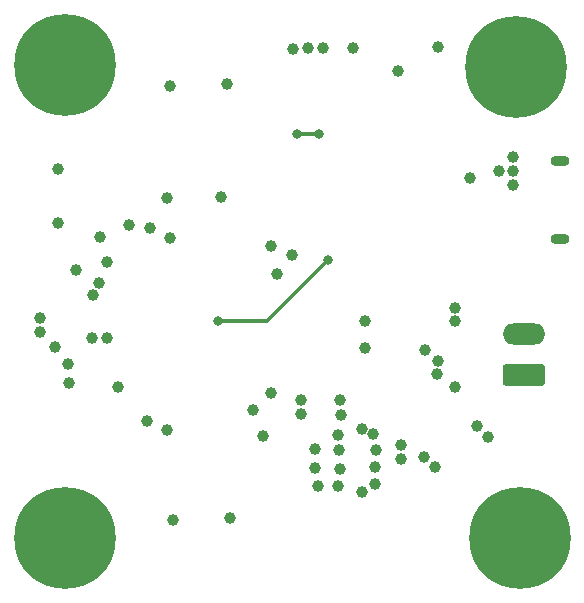
<source format=gbr>
%TF.GenerationSoftware,KiCad,Pcbnew,7.0.7*%
%TF.CreationDate,2023-08-28T01:03:24+03:00*%
%TF.ProjectId,STM32F405_Lesson_1,53544d33-3246-4343-9035-5f4c6573736f,rev?*%
%TF.SameCoordinates,Original*%
%TF.FileFunction,Copper,L4,Bot*%
%TF.FilePolarity,Positive*%
%FSLAX46Y46*%
G04 Gerber Fmt 4.6, Leading zero omitted, Abs format (unit mm)*
G04 Created by KiCad (PCBNEW 7.0.7) date 2023-08-28 01:03:24*
%MOMM*%
%LPD*%
G01*
G04 APERTURE LIST*
G04 Aperture macros list*
%AMRoundRect*
0 Rectangle with rounded corners*
0 $1 Rounding radius*
0 $2 $3 $4 $5 $6 $7 $8 $9 X,Y pos of 4 corners*
0 Add a 4 corners polygon primitive as box body*
4,1,4,$2,$3,$4,$5,$6,$7,$8,$9,$2,$3,0*
0 Add four circle primitives for the rounded corners*
1,1,$1+$1,$2,$3*
1,1,$1+$1,$4,$5*
1,1,$1+$1,$6,$7*
1,1,$1+$1,$8,$9*
0 Add four rect primitives between the rounded corners*
20,1,$1+$1,$2,$3,$4,$5,0*
20,1,$1+$1,$4,$5,$6,$7,0*
20,1,$1+$1,$6,$7,$8,$9,0*
20,1,$1+$1,$8,$9,$2,$3,0*%
G04 Aperture macros list end*
%TA.AperFunction,ComponentPad*%
%ADD10C,0.900000*%
%TD*%
%TA.AperFunction,ComponentPad*%
%ADD11C,8.600000*%
%TD*%
%TA.AperFunction,ComponentPad*%
%ADD12RoundRect,0.250000X1.550000X-0.650000X1.550000X0.650000X-1.550000X0.650000X-1.550000X-0.650000X0*%
%TD*%
%TA.AperFunction,ComponentPad*%
%ADD13O,3.600000X1.800000*%
%TD*%
%TA.AperFunction,ComponentPad*%
%ADD14O,1.600000X0.900000*%
%TD*%
%TA.AperFunction,ViaPad*%
%ADD15C,1.000000*%
%TD*%
%TA.AperFunction,ViaPad*%
%ADD16C,0.800000*%
%TD*%
%TA.AperFunction,Conductor*%
%ADD17C,0.300000*%
%TD*%
G04 APERTURE END LIST*
D10*
%TO.P,H1,1,1*%
%TO.N,GND*%
X101175000Y-46400000D03*
X102119581Y-44119581D03*
X102119581Y-48680419D03*
X104400000Y-43175000D03*
D11*
X104400000Y-46400000D03*
D10*
X104400000Y-49625000D03*
X106680419Y-44119581D03*
X106680419Y-48680419D03*
X107625000Y-46400000D03*
%TD*%
D12*
%TO.P,J1,1,Pin_1*%
%TO.N,+12V*%
X105142500Y-72532500D03*
D13*
%TO.P,J1,2,Pin_2*%
%TO.N,GND*%
X105142500Y-69032500D03*
%TD*%
D10*
%TO.P,H4,1,1*%
%TO.N,GND*%
X62994581Y-86300000D03*
X63939162Y-84019581D03*
X63939162Y-88580419D03*
X66219581Y-83075000D03*
D11*
X66219581Y-86300000D03*
D10*
X66219581Y-89525000D03*
X68500000Y-84019581D03*
X68500000Y-88580419D03*
X69444581Y-86300000D03*
%TD*%
D14*
%TO.P,J5,6,Shield*%
%TO.N,unconnected-(J5-Shield-Pad6)*%
X108195000Y-61000000D03*
X108195000Y-54400000D03*
%TD*%
D10*
%TO.P,H3,1,1*%
%TO.N,GND*%
X62994581Y-46300000D03*
X63939162Y-44019581D03*
X63939162Y-48580419D03*
X66219581Y-43075000D03*
D11*
X66219581Y-46300000D03*
D10*
X66219581Y-49525000D03*
X68500000Y-44019581D03*
X68500000Y-48580419D03*
X69444581Y-46300000D03*
%TD*%
%TO.P,H2,1,1*%
%TO.N,GND*%
X101525000Y-86300000D03*
X102469581Y-84019581D03*
X102469581Y-88580419D03*
X104750000Y-83075000D03*
D11*
X104750000Y-86300000D03*
D10*
X104750000Y-89525000D03*
X107030419Y-84019581D03*
X107030419Y-88580419D03*
X107975000Y-86300000D03*
%TD*%
D15*
%TO.N,GND*%
X75100000Y-48050000D03*
X80250000Y-84650000D03*
%TO.N,+3.3V*%
X75400000Y-84800000D03*
X80000000Y-47900000D03*
%TO.N,GND*%
X100500000Y-55800000D03*
X64100000Y-67650000D03*
X64100000Y-68850000D03*
X68577216Y-65753623D03*
X67150000Y-63650000D03*
X94700000Y-79600000D03*
X99300000Y-67900000D03*
X99300000Y-66850000D03*
X96700000Y-70400000D03*
X97800000Y-71300000D03*
X97750000Y-72450000D03*
X99300000Y-73500000D03*
X102100000Y-77800000D03*
X101100000Y-76850000D03*
X91375000Y-77100000D03*
X92300000Y-77500000D03*
X92550000Y-78900000D03*
X92500000Y-80300000D03*
X91350000Y-82400000D03*
X92450000Y-81750000D03*
X94700000Y-78450000D03*
X91650000Y-70250000D03*
X104200000Y-54050000D03*
X102950000Y-55250000D03*
X104200000Y-55250000D03*
X104200000Y-56400000D03*
X94450000Y-46800000D03*
X90650000Y-44800000D03*
X88100000Y-44800000D03*
X86850000Y-44850000D03*
X85450000Y-62350000D03*
X83700000Y-61600000D03*
X91650000Y-67950000D03*
X83700000Y-74050000D03*
X83000000Y-77700000D03*
X69800000Y-69400000D03*
X68500000Y-69400000D03*
X65400000Y-70100000D03*
X73150000Y-76400000D03*
X70700000Y-73550000D03*
X69800000Y-62950000D03*
X75150000Y-60900000D03*
X65650000Y-59600000D03*
X69175000Y-60800000D03*
%TO.N,+3.3V*%
X97600000Y-80300000D03*
X87400000Y-80400000D03*
X89500000Y-80450000D03*
X89350000Y-81900000D03*
X89450000Y-78900000D03*
X89350000Y-77600000D03*
X87400000Y-78800000D03*
X89600000Y-75900000D03*
X89550000Y-74650000D03*
X86200000Y-74650000D03*
X86200000Y-75800000D03*
X66550000Y-73200000D03*
X66500000Y-71600000D03*
X84200000Y-63950000D03*
X73400000Y-60100000D03*
X69150000Y-64680000D03*
X74900000Y-77200000D03*
X96650000Y-79450000D03*
X87700000Y-81950000D03*
X82200000Y-75450000D03*
X85550000Y-44900000D03*
X97850000Y-44700000D03*
X65650000Y-55050000D03*
X71675000Y-59850000D03*
X74900000Y-57500000D03*
X79450000Y-57450000D03*
D16*
%TO.N,SWDIO*%
X87750000Y-52100000D03*
X85900000Y-52100000D03*
%TO.N,NRST*%
X79200000Y-67950000D03*
X88550000Y-62750000D03*
%TD*%
D17*
%TO.N,SWDIO*%
X87750000Y-52100000D02*
X85900000Y-52100000D01*
%TO.N,NRST*%
X83350000Y-67950000D02*
X88550000Y-62750000D01*
X79200000Y-67950000D02*
X83350000Y-67950000D01*
%TD*%
M02*

</source>
